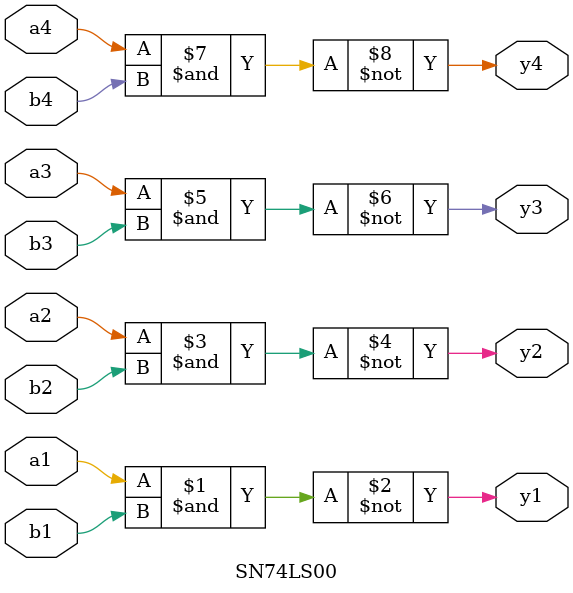
<source format=v>
`timescale 1ns / 1ps

module SN74LS00
(
    input wire a1,
    input wire b1, 
    output wire y1,
    
    input wire a2,
    input wire b2, 
    output wire y2,
    
    input wire a3,
    input wire b3, 
    output wire y3,

    input wire a4,
    input wire b4, 
    output wire y4
);

assign y1 = ~(a1 & b1);
assign y2 = ~(a2 & b2);
assign y3 = ~(a3 & b3);
assign y4 = ~(a4 & b4);

endmodule

</source>
